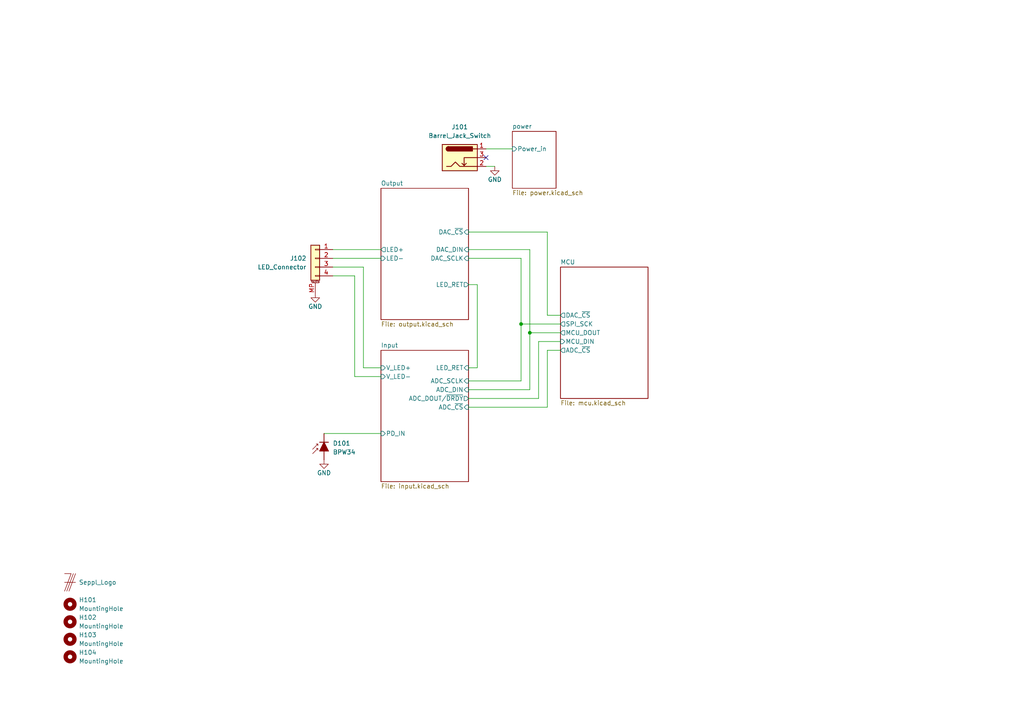
<source format=kicad_sch>
(kicad_sch (version 20211123) (generator eeschema)
  (paper "A4")
  (title_block (title "led-efficiency-measurement") (date "2023-01-24") (rev "0.1"))
  (lib_symbols
    (symbol "Connector:Barrel_Jack_Switch" (pin_names hide)
      (property "Reference" "J" (at 0 5.334 0))
      (property "Value" "Barrel_Jack_Switch" (at 0 -5.08 0))
      (symbol "Barrel_Jack_Switch_0_1"
        (rectangle (start -5.08 3.81) (end 5.08 -3.81) (stroke (width 0.254)) (fill (type background)))
        (arc (start -3.302 3.175) (mid -3.937 2.54) (end -3.302 1.905) (stroke (width 0.254)))
        (arc (start -3.302 3.175) (mid -3.937 2.54) (end -3.302 1.905) (stroke (width 0.254)) (fill (type outline)))
        (polyline (pts (xy 1.27 -2.286) (xy 1.905 -1.651)) (stroke (width 0.254)))
        (polyline (pts (xy 5.08 2.54) (xy 3.81 2.54)) (stroke (width 0.254)))
        (polyline (pts (xy 5.08 0) (xy 1.27 0) (xy 1.27 -2.286) (xy 0.635 -1.651)) (stroke (width 0.254)))
        (polyline (pts (xy -3.81 -2.54) (xy -2.54 -2.54) (xy -1.27 -1.27) (xy 0 -2.54) (xy 2.54 -2.54) (xy 5.08 -2.54)) (stroke (width 0.254)))
        (rectangle (start 3.683 3.175) (end -3.302 1.905) (stroke (width 0.254)) (fill (type outline)))
      )
      (symbol "Barrel_Jack_Switch_1_1"
        (pin passive line (at 7.62 2.54 180) (length 2.54) (name "~") (number "1"))
        (pin passive line (at 7.62 -2.54 180) (length 2.54) (name "~") (number "2"))
        (pin passive line (at 7.62 0 180) (length 2.54) (name "~") (number "3"))
      )
    )
    (symbol "Connector_Generic_MountingPin:Conn_01x04_MountingPin" (pin_names (offset 1.016) hide)
      (property "Reference" "J" (at 0 5.08 0))
      (property "Value" "Conn_01x04_MountingPin" (at 1.27 -7.62 0))
      (symbol "Conn_01x04_MountingPin_1_1"
        (rectangle (start -1.27 -4.953) (end 0 -5.207) (stroke (width 0.1524)))
        (rectangle (start -1.27 -2.413) (end 0 -2.667) (stroke (width 0.1524)))
        (rectangle (start -1.27 0.127) (end 0 -0.127) (stroke (width 0.1524)))
        (rectangle (start -1.27 2.667) (end 0 2.413) (stroke (width 0.1524)))
        (rectangle (start -1.27 3.81) (end 1.27 -6.35) (stroke (width 0.254)) (fill (type background)))
        (polyline (pts (xy -1.016 -7.112) (xy 1.016 -7.112)) (stroke (width 0.1524)))
        (text "Mounting" (at 0 -6.731 0) (effects (font (size 0.381 0.381))))
        (pin passive line (at -5.08 2.54 0) (length 3.81) (name "Pin_1") (number "1"))
        (pin passive line (at -5.08 0 0) (length 3.81) (name "Pin_2") (number "2"))
        (pin passive line (at -5.08 -2.54 0) (length 3.81) (name "Pin_3") (number "3"))
        (pin passive line (at -5.08 -5.08 0) (length 3.81) (name "Pin_4") (number "4"))
        (pin passive line (at 0 -10.16 90) (length 3.048) (name "MountPin") (number "MP"))
      )
    )
    (symbol "Device:D_Photo_Filled" (pin_numbers hide) (pin_names hide)
      (property "Reference" "D" (at 0.508 1.778 0))
      (property "Value" "D_Photo_Filled" (at -1.016 -2.794 0))
      (symbol "D_Photo_Filled_0_1"
        (polyline (pts (xy -2.54 1.27) (xy -2.54 -1.27)) (stroke (width 0.254)))
        (polyline (pts (xy -2.032 1.778) (xy -1.524 1.778)))
        (polyline (pts (xy 0 0) (xy -2.54 0)))
        (polyline (pts (xy -0.508 3.302) (xy -2.032 1.778) (xy -2.032 2.286)))
        (polyline (pts (xy 0 -1.27) (xy 0 1.27) (xy -2.54 0) (xy 0 -1.27)) (stroke (width 0.254)) (fill (type outline)))
        (polyline (pts (xy 0.762 3.302) (xy -0.762 1.778) (xy -0.762 2.286) (xy -0.762 1.778) (xy -0.254 1.778)))
      )
      (symbol "D_Photo_Filled_1_1"
        (pin passive line (at -5.08 0 0) (length 2.54) (name "K") (number "1"))
        (pin passive line (at 2.54 0 180) (length 2.54) (name "A") (number "2"))
      )
    )
    (symbol "Seppl_Logo:Seppl_Logo" (in_bom no)
      (property "Value" "Seppl_Logo" (at 0 3.81 0))
      (symbol "Seppl_Logo_0_1"
        (polyline (pts (xy -1.5875 0) (xy 1.5875 0)))
        (polyline (pts (xy -0.9525 -2.54) (xy 0.9525 2.54)))
        (polyline (pts (xy -0.3175 -2.54) (xy 1.5875 2.54)))
        (polyline (pts (xy -1.5875 2.54) (xy 0.3175 2.54) (xy -1.5875 -2.54)))
      )
    )
    (symbol "Seppl_Mechanical:MountingHole" (pin_names (offset 1.016)) (in_bom no)
      (property "Reference" "H" (at 0 5.08 0))
      (property "Value" "MountingHole" (at 0 3.175 0))
      (symbol "MountingHole_0_1"
        (circle (center 0 0) (radius 1.27) (stroke (width 1.27)))
      )
    )
    (symbol "power:GND" (power) (pin_names (offset 0))
      (property "Value" "GND" (at 0 -3.81 0))
      (symbol "GND_0_1"
        (polyline (pts (xy 0 0) (xy 0 -1.27) (xy 1.27 -1.27) (xy 0 -2.54) (xy -1.27 -1.27) (xy 0 -1.27)))
      )
      (symbol "GND_1_1"
        (pin power_in line (at 0 0 270) (length 0) hide (name "GND") (number "1"))
      )
    )
  )
  (junction (at 151.13 93.98))
  (junction (at 153.67 96.52))
  (no_connect (at 140.97 45.72))
  (wire (pts (xy 153.67 113.03) (xy 153.67 96.52)))
  (wire (pts (xy 140.97 43.18) (xy 148.59 43.18)))
  (wire (pts (xy 135.89 67.31) (xy 158.75 67.31)))
  (wire (pts (xy 158.75 101.6) (xy 158.75 118.11)))
  (wire (pts (xy 93.98 125.73) (xy 110.49 125.73)))
  (wire (pts (xy 153.67 72.39) (xy 153.67 96.52)))
  (wire (pts (xy 158.75 67.31) (xy 158.75 91.44)))
  (wire (pts (xy 102.87 109.22) (xy 102.87 80.01)))
  (wire (pts (xy 151.13 110.49) (xy 151.13 93.98)))
  (wire (pts (xy 105.41 106.68) (xy 105.41 77.47)))
  (wire (pts (xy 151.13 93.98) (xy 162.56 93.98)))
  (wire (pts (xy 96.52 72.39) (xy 110.49 72.39)))
  (wire (pts (xy 110.49 109.22) (xy 102.87 109.22)))
  (wire (pts (xy 156.21 99.06) (xy 162.56 99.06)))
  (wire (pts (xy 135.89 74.93) (xy 151.13 74.93)))
  (wire (pts (xy 135.89 118.11) (xy 158.75 118.11)))
  (wire (pts (xy 151.13 74.93) (xy 151.13 93.98)))
  (wire (pts (xy 96.52 74.93) (xy 110.49 74.93)))
  (wire (pts (xy 158.75 91.44) (xy 162.56 91.44)))
  (wire (pts (xy 102.87 80.01) (xy 96.52 80.01)))
  (wire (pts (xy 138.43 106.68) (xy 135.89 106.68)))
  (wire (pts (xy 110.49 106.68) (xy 105.41 106.68)))
  (wire (pts (xy 135.89 110.49) (xy 151.13 110.49)))
  (wire (pts (xy 153.67 96.52) (xy 162.56 96.52)))
  (wire (pts (xy 138.43 82.55) (xy 138.43 106.68)))
  (wire (pts (xy 135.89 113.03) (xy 153.67 113.03)))
  (wire (pts (xy 105.41 77.47) (xy 96.52 77.47)))
  (wire (pts (xy 143.51 48.26) (xy 140.97 48.26)))
  (wire (pts (xy 135.89 72.39) (xy 153.67 72.39)))
  (wire (pts (xy 135.89 82.55) (xy 138.43 82.55)))
  (wire (pts (xy 156.21 115.57) (xy 156.21 99.06)))
  (wire (pts (xy 158.75 101.6) (xy 162.56 101.6)))
  (wire (pts (xy 135.89 115.57) (xy 156.21 115.57)))
  (symbol (lib_id "power:GND") (at 91.44 85.09 0) (unit 1)
    (property "Reference" "#PWR0102" (effects hide))
    (property "Value" "GND" (at 91.44 88.9 0))
  )
  (symbol (lib_id "Seppl_Logo:Seppl_Logo") (at 20.32 168.91 0) (unit 1) (in_bom no)
    (property "Reference" "Logo101" (effects hide))
    (property "Value" "Seppl_Logo" (at 22.86 168.9099 0) (effects (justify left)))
    (property "Footprint" "Seppl_Logo:Logo_3.3x5" (effects hide))
  )
  (symbol (lib_id "Connector_Generic_MountingPin:Conn_01x04_MountingPin") (at 91.44 74.93 0) (mirror y) (unit 1)
    (property "Reference" "J102" (at 88.9 74.9299 0) (effects (justify left)))
    (property "Value" "LED_Connector" (at 88.9 77.4699 0) (effects (justify left)))
    (property "Footprint" "Connector_Molex:Molex_PicoBlade_53261-0471_1x04-1MP_P1.25mm_Horizontal" (effects hide))
  )
  (symbol (lib_id "Seppl_Mechanical:MountingHole") (at 20.32 190.5 0) (unit 1) (in_bom no)
    (property "Reference" "H104" (at 22.86 189.2299 0) (effects (justify left)))
    (property "Value" "MountingHole" (at 22.86 191.7699 0) (effects (justify left)))
    (property "Footprint" "MountingHole:MountingHole_3.2mm_M3" (effects hide))
  )
  (symbol (lib_id "Device:D_Photo_Filled") (at 93.98 130.81 90) (mirror x) (unit 1)
    (property "Reference" "D101" (at 96.52 128.5874 90) (effects (justify right)))
    (property "Value" "BPW34" (at 96.52 131.1274 90) (effects (justify right)))
    (property "Footprint" "OptoDevice:Osram_DIL2_4.3x4.65mm_P5.08mm" (effects hide))
  )
  (symbol (lib_id "power:GND") (at 143.51 48.26 0) (unit 1)
    (property "Reference" "#PWR0101" (effects hide))
    (property "Value" "GND" (at 143.51 52.07 0))
  )
  (symbol (lib_id "Connector:Barrel_Jack_Switch") (at 133.35 45.72 0) (unit 1)
    (property "Reference" "J101" (at 133.35 36.83 0))
    (property "Value" "Barrel_Jack_Switch" (at 133.35 39.37 0))
    (property "Footprint" "Seppl_Connector_BarrelJack:BarrelJack_Lumberg_161321" (effects hide))
  )
  (symbol (lib_id "Seppl_Mechanical:MountingHole") (at 20.32 180.34 0) (unit 1) (in_bom no)
    (property "Reference" "H102" (at 22.86 179.0699 0) (effects (justify left)))
    (property "Value" "MountingHole" (at 22.86 181.6099 0) (effects (justify left)))
    (property "Footprint" "MountingHole:MountingHole_3.2mm_M3" (effects hide))
  )
  (symbol (lib_id "Seppl_Mechanical:MountingHole") (at 20.32 175.26 0) (unit 1) (in_bom no)
    (property "Reference" "H101" (at 22.86 173.9899 0) (effects (justify left)))
    (property "Value" "MountingHole" (at 22.86 176.5299 0) (effects (justify left)))
    (property "Footprint" "MountingHole:MountingHole_3.2mm_M3" (effects hide))
  )
  (symbol (lib_id "power:GND") (at 93.98 133.35 0) (unit 1)
    (property "Reference" "#PWR0103" (effects hide))
    (property "Value" "GND" (at 93.98 137.16 0))
  )
  (symbol (lib_id "Seppl_Mechanical:MountingHole") (at 20.32 185.42 0) (unit 1) (in_bom no)
    (property "Reference" "H103" (at 22.86 184.1499 0) (effects (justify left)))
    (property "Value" "MountingHole" (at 22.86 186.6899 0) (effects (justify left)))
    (property "Footprint" "MountingHole:MountingHole_3.2mm_M3" (effects hide))
  )
  (sheet (at 110.49 54.61) (size 25.4 38.1) (stroke (width 0.1524))
    (property "Sheet name" "Output" (at 110.49 53.8984 0) (effects (justify left bottom)))
    (property "Sheet file" "output.kicad_sch" (at 110.49 93.2946 0) (effects (justify left top)))
    (pin "DAC_DIN" input (at 135.89 72.39 0))
    (pin "DAC_~{CS}" input (at 135.89 67.31 0))
    (pin "DAC_SCLK" input (at 135.89 74.93 0))
    (pin "LED_RET" output (at 135.89 82.55 0))
    (pin "LED+" output (at 110.49 72.39 180))
    (pin "LED-" input (at 110.49 74.93 180))
  )
  (sheet (at 110.49 101.6) (size 25.4 38.1) (stroke (width 0.1524))
    (property "Sheet name" "Input" (at 110.49 100.8884 0) (effects (justify left bottom)))
    (property "Sheet file" "input.kicad_sch" (at 110.49 140.2846 0) (effects (justify left top)))
    (pin "ADC_~{CS}" input (at 135.89 118.11 0))
    (pin "ADC_DOUT{slash}~{DRDY}" output (at 135.89 115.57 0))
    (pin "ADC_DIN" input (at 135.89 113.03 0))
    (pin "ADC_SCLK" input (at 135.89 110.49 0))
    (pin "LED_RET" input (at 135.89 106.68 0))
    (pin "PD_IN" input (at 110.49 125.73 180))
    (pin "V_LED+" input (at 110.49 106.68 180))
    (pin "V_LED-" input (at 110.49 109.22 180))
  )
  (sheet (at 148.59 38.1) (size 12.7 16.51) (stroke (width 0.1524))
    (property "Sheet name" "power" (at 148.59 37.3884 0) (effects (justify left bottom)))
    (property "Sheet file" "power.kicad_sch" (at 148.59 55.1946 0) (effects (justify left top)))
    (pin "Power_in" input (at 148.59 43.18 180))
  )
  (sheet (at 162.56 77.47) (size 25.4 38.1) (stroke (width 0.1524))
    (property "Sheet name" "MCU" (at 162.56 76.7584 0) (effects (justify left bottom)))
    (property "Sheet file" "mcu.kicad_sch" (at 162.56 116.1546 0) (effects (justify left top)))
    (pin "ADC_~{CS}" output (at 162.56 101.6 180))
    (pin "MCU_DOUT" output (at 162.56 96.52 180))
    (pin "MCU_DIN" input (at 162.56 99.06 180))
    (pin "DAC_~{CS}" output (at 162.56 91.44 180))
    (pin "SPI_SCK" output (at 162.56 93.98 180))
  )
)
</source>
